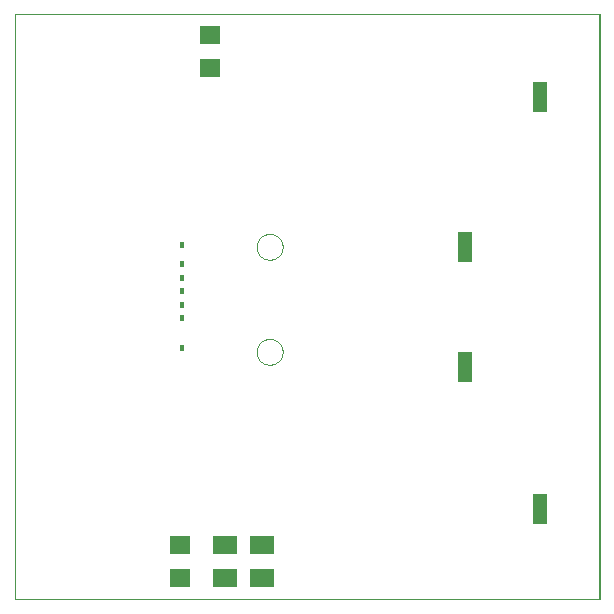
<source format=gtp>
G75*
G70*
%OFA0B0*%
%FSLAX24Y24*%
%IPPOS*%
%LPD*%
%AMOC8*
5,1,8,0,0,1.08239X$1,22.5*
%
%ADD10C,0.0000*%
%ADD11R,0.0709X0.0630*%
%ADD12R,0.0787X0.0630*%
%ADD13R,0.0120X0.0240*%
%ADD14R,0.0500X0.1000*%
D10*
X000500Y000750D02*
X020000Y000750D01*
X020000Y020250D01*
X000500Y020250D01*
X000500Y000750D01*
X000500Y020246D01*
X019994Y020246D01*
X019994Y000750D01*
X000500Y000750D01*
X008567Y009000D02*
X008569Y009041D01*
X008575Y009082D01*
X008585Y009122D01*
X008598Y009161D01*
X008615Y009198D01*
X008636Y009234D01*
X008660Y009268D01*
X008687Y009299D01*
X008716Y009327D01*
X008749Y009353D01*
X008783Y009375D01*
X008820Y009394D01*
X008858Y009409D01*
X008898Y009421D01*
X008938Y009429D01*
X008979Y009433D01*
X009021Y009433D01*
X009062Y009429D01*
X009102Y009421D01*
X009142Y009409D01*
X009180Y009394D01*
X009216Y009375D01*
X009251Y009353D01*
X009284Y009327D01*
X009313Y009299D01*
X009340Y009268D01*
X009364Y009234D01*
X009385Y009198D01*
X009402Y009161D01*
X009415Y009122D01*
X009425Y009082D01*
X009431Y009041D01*
X009433Y009000D01*
X009431Y008959D01*
X009425Y008918D01*
X009415Y008878D01*
X009402Y008839D01*
X009385Y008802D01*
X009364Y008766D01*
X009340Y008732D01*
X009313Y008701D01*
X009284Y008673D01*
X009251Y008647D01*
X009217Y008625D01*
X009180Y008606D01*
X009142Y008591D01*
X009102Y008579D01*
X009062Y008571D01*
X009021Y008567D01*
X008979Y008567D01*
X008938Y008571D01*
X008898Y008579D01*
X008858Y008591D01*
X008820Y008606D01*
X008784Y008625D01*
X008749Y008647D01*
X008716Y008673D01*
X008687Y008701D01*
X008660Y008732D01*
X008636Y008766D01*
X008615Y008802D01*
X008598Y008839D01*
X008585Y008878D01*
X008575Y008918D01*
X008569Y008959D01*
X008567Y009000D01*
X008567Y012500D02*
X008569Y012541D01*
X008575Y012582D01*
X008585Y012622D01*
X008598Y012661D01*
X008615Y012698D01*
X008636Y012734D01*
X008660Y012768D01*
X008687Y012799D01*
X008716Y012827D01*
X008749Y012853D01*
X008783Y012875D01*
X008820Y012894D01*
X008858Y012909D01*
X008898Y012921D01*
X008938Y012929D01*
X008979Y012933D01*
X009021Y012933D01*
X009062Y012929D01*
X009102Y012921D01*
X009142Y012909D01*
X009180Y012894D01*
X009216Y012875D01*
X009251Y012853D01*
X009284Y012827D01*
X009313Y012799D01*
X009340Y012768D01*
X009364Y012734D01*
X009385Y012698D01*
X009402Y012661D01*
X009415Y012622D01*
X009425Y012582D01*
X009431Y012541D01*
X009433Y012500D01*
X009431Y012459D01*
X009425Y012418D01*
X009415Y012378D01*
X009402Y012339D01*
X009385Y012302D01*
X009364Y012266D01*
X009340Y012232D01*
X009313Y012201D01*
X009284Y012173D01*
X009251Y012147D01*
X009217Y012125D01*
X009180Y012106D01*
X009142Y012091D01*
X009102Y012079D01*
X009062Y012071D01*
X009021Y012067D01*
X008979Y012067D01*
X008938Y012071D01*
X008898Y012079D01*
X008858Y012091D01*
X008820Y012106D01*
X008784Y012125D01*
X008749Y012147D01*
X008716Y012173D01*
X008687Y012201D01*
X008660Y012232D01*
X008636Y012266D01*
X008615Y012302D01*
X008598Y012339D01*
X008585Y012378D01*
X008575Y012418D01*
X008569Y012459D01*
X008567Y012500D01*
D11*
X007000Y018449D03*
X007000Y019551D03*
X006000Y002551D03*
X006000Y001449D03*
D12*
X007500Y001449D03*
X007500Y002551D03*
X008750Y002551D03*
X008750Y001449D03*
D13*
X006091Y009114D03*
X006091Y010118D03*
X006091Y010571D03*
X006091Y011024D03*
X006091Y011476D03*
X006091Y011929D03*
X006091Y012559D03*
D14*
X015500Y012500D03*
X015500Y008500D03*
X018000Y003750D03*
X018000Y017500D03*
M02*

</source>
